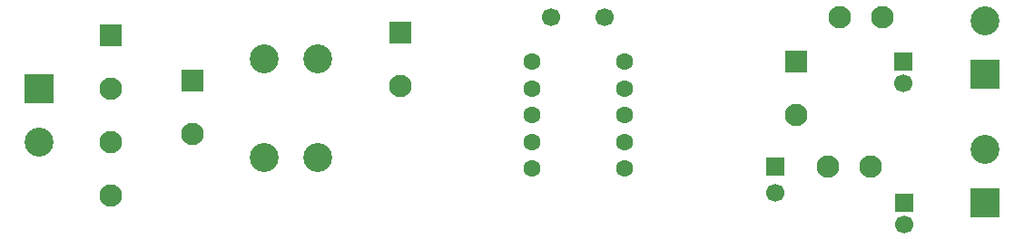
<source format=gbr>
%TF.GenerationSoftware,KiCad,Pcbnew,(5.1.6)-1*%
%TF.CreationDate,2021-01-14T17:27:39+01:00*%
%TF.ProjectId,pi_dual_output_pro_1,70695f64-7561-46c5-9f6f-75747075745f,rev?*%
%TF.SameCoordinates,Original*%
%TF.FileFunction,Soldermask,Bot*%
%TF.FilePolarity,Negative*%
%FSLAX46Y46*%
G04 Gerber Fmt 4.6, Leading zero omitted, Abs format (unit mm)*
G04 Created by KiCad (PCBNEW (5.1.6)-1) date 2021-01-14 17:27:39*
%MOMM*%
%LPD*%
G01*
G04 APERTURE LIST*
%ADD10R,2.100000X2.100000*%
%ADD11C,2.100000*%
%ADD12C,1.600000*%
%ADD13C,2.700000*%
%ADD14R,2.700000X2.700000*%
%ADD15C,1.700000*%
%ADD16R,1.700000X1.700000*%
G04 APERTURE END LIST*
D10*
%TO.C,DB1*%
X114700000Y-132400000D03*
D11*
X114700000Y-137400000D03*
X114700000Y-142400000D03*
X114700000Y-147400000D03*
%TD*%
D12*
%TO.C,T1*%
X162600000Y-134900000D03*
X162600000Y-137400000D03*
X162600000Y-139900000D03*
X162600000Y-142400000D03*
X162600000Y-144900000D03*
X154000000Y-144900000D03*
X154000000Y-142400000D03*
X154000000Y-139900000D03*
X154000000Y-137400000D03*
X154000000Y-134900000D03*
%TD*%
D11*
%TO.C,C8*%
X178600000Y-139900000D03*
D10*
X178600000Y-134900000D03*
%TD*%
D13*
%TO.C,J3*%
X196250000Y-131100000D03*
D14*
X196250000Y-136100000D03*
%TD*%
D13*
%TO.C,J2*%
X196250000Y-143100000D03*
D14*
X196250000Y-148100000D03*
%TD*%
D13*
%TO.C,J1*%
X108000000Y-142400000D03*
D14*
X108000000Y-137400000D03*
%TD*%
D11*
%TO.C,L4*%
X186700000Y-130700000D03*
X182700000Y-130700000D03*
%TD*%
%TO.C,L3*%
X185600000Y-144700000D03*
X181600000Y-144700000D03*
%TD*%
D15*
%TO.C,C4*%
X155800000Y-130700000D03*
X160800000Y-130700000D03*
%TD*%
D13*
%TO.C,L2*%
X134000000Y-143900000D03*
X129000000Y-143900000D03*
%TD*%
%TO.C,L1*%
X134000000Y-134600000D03*
X129000000Y-134600000D03*
%TD*%
D15*
%TO.C,C10*%
X188600000Y-136900000D03*
D16*
X188600000Y-134900000D03*
%TD*%
D15*
%TO.C,C9*%
X188700000Y-150100000D03*
D16*
X188700000Y-148100000D03*
%TD*%
D15*
%TO.C,C7*%
X176700000Y-147200000D03*
D16*
X176700000Y-144700000D03*
%TD*%
D11*
%TO.C,C2*%
X141700000Y-137200000D03*
D10*
X141700000Y-132200000D03*
%TD*%
D11*
%TO.C,C1*%
X122300000Y-141700000D03*
D10*
X122300000Y-136700000D03*
%TD*%
M02*

</source>
